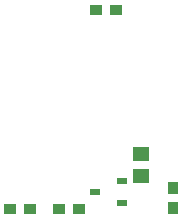
<source format=gbr>
G04 DipTrace 2.4.0.2*
%INTopPaste.gbr*%
%MOIN*%
%ADD35C,0.036*%
%ADD37R,0.0373X0.0216*%
%ADD45R,0.0393X0.0354*%
%ADD47R,0.0551X0.0472*%
%ADD49R,0.0354X0.0393*%
%FSLAX44Y44*%
G04*
G70*
G90*
G75*
G01*
%LNTopPaste*%
%LPD*%
D35*
X19362Y6712D3*
D49*
Y6722D3*
Y7392D3*
D47*
X18322Y7792D3*
Y8540D3*
D45*
X15567Y6682D3*
X16236D3*
X13952D3*
X14621D3*
X16802Y13332D3*
X17471D3*
D37*
X17682Y6882D3*
Y7630D3*
X16776Y7256D3*
M02*

</source>
